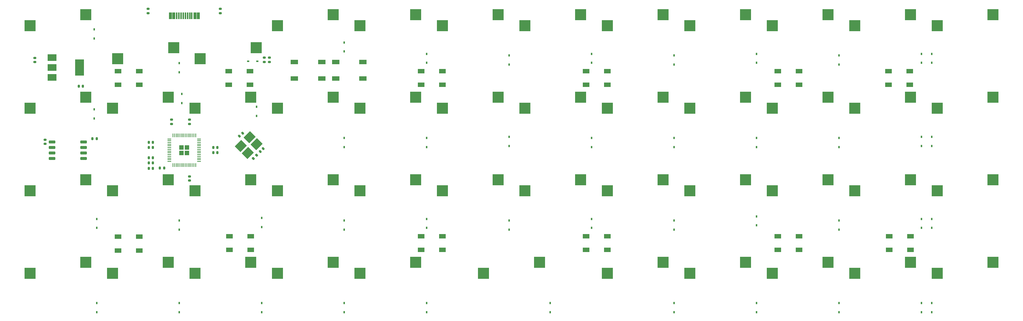
<source format=gbr>
%TF.GenerationSoftware,KiCad,Pcbnew,(6.0.0)*%
%TF.CreationDate,2023-08-19T11:13:56+07:00*%
%TF.ProjectId,pacman,7061636d-616e-42e6-9b69-6361645f7063,rev?*%
%TF.SameCoordinates,Original*%
%TF.FileFunction,Paste,Bot*%
%TF.FilePolarity,Positive*%
%FSLAX46Y46*%
G04 Gerber Fmt 4.6, Leading zero omitted, Abs format (unit mm)*
G04 Created by KiCad (PCBNEW (6.0.0)) date 2023-08-19 11:13:56*
%MOMM*%
%LPD*%
G01*
G04 APERTURE LIST*
G04 Aperture macros list*
%AMRoundRect*
0 Rectangle with rounded corners*
0 $1 Rounding radius*
0 $2 $3 $4 $5 $6 $7 $8 $9 X,Y pos of 4 corners*
0 Add a 4 corners polygon primitive as box body*
4,1,4,$2,$3,$4,$5,$6,$7,$8,$9,$2,$3,0*
0 Add four circle primitives for the rounded corners*
1,1,$1+$1,$2,$3*
1,1,$1+$1,$4,$5*
1,1,$1+$1,$6,$7*
1,1,$1+$1,$8,$9*
0 Add four rect primitives between the rounded corners*
20,1,$1+$1,$2,$3,$4,$5,0*
20,1,$1+$1,$4,$5,$6,$7,0*
20,1,$1+$1,$6,$7,$8,$9,0*
20,1,$1+$1,$8,$9,$2,$3,0*%
%AMRotRect*
0 Rectangle, with rotation*
0 The origin of the aperture is its center*
0 $1 length*
0 $2 width*
0 $3 Rotation angle, in degrees counterclockwise*
0 Add horizontal line*
21,1,$1,$2,0,0,$3*%
G04 Aperture macros list end*
%ADD10R,2.550000X2.500000*%
%ADD11R,0.450000X0.600000*%
%ADD12RoundRect,0.140000X-0.140000X-0.170000X0.140000X-0.170000X0.140000X0.170000X-0.140000X0.170000X0*%
%ADD13RoundRect,0.250000X-0.292217X0.292217X-0.292217X-0.292217X0.292217X-0.292217X0.292217X0.292217X0*%
%ADD14RoundRect,0.050000X-0.050000X0.387500X-0.050000X-0.387500X0.050000X-0.387500X0.050000X0.387500X0*%
%ADD15RoundRect,0.050000X-0.387500X0.050000X-0.387500X-0.050000X0.387500X-0.050000X0.387500X0.050000X0*%
%ADD16RoundRect,0.135000X-0.185000X0.135000X-0.185000X-0.135000X0.185000X-0.135000X0.185000X0.135000X0*%
%ADD17RoundRect,0.140000X0.170000X-0.140000X0.170000X0.140000X-0.170000X0.140000X-0.170000X-0.140000X0*%
%ADD18R,1.500000X1.000000*%
%ADD19RoundRect,0.135000X0.185000X-0.135000X0.185000X0.135000X-0.185000X0.135000X-0.185000X-0.135000X0*%
%ADD20RotRect,2.100000X1.800000X45.000000*%
%ADD21RoundRect,0.140000X-0.170000X0.140000X-0.170000X-0.140000X0.170000X-0.140000X0.170000X0.140000X0*%
%ADD22R,0.600000X0.450000*%
%ADD23RoundRect,0.140000X0.021213X-0.219203X0.219203X-0.021213X-0.021213X0.219203X-0.219203X0.021213X0*%
%ADD24RoundRect,0.140000X-0.021213X0.219203X-0.219203X0.021213X0.021213X-0.219203X0.219203X-0.021213X0*%
%ADD25RoundRect,0.150000X0.650000X0.150000X-0.650000X0.150000X-0.650000X-0.150000X0.650000X-0.150000X0*%
%ADD26RoundRect,0.050000X-0.300000X-0.725000X0.300000X-0.725000X0.300000X0.725000X-0.300000X0.725000X0*%
%ADD27RoundRect,0.050000X-0.150000X-0.725000X0.150000X-0.725000X0.150000X0.725000X-0.150000X0.725000X0*%
%ADD28RoundRect,0.140000X0.140000X0.170000X-0.140000X0.170000X-0.140000X-0.170000X0.140000X-0.170000X0*%
%ADD29R,2.000000X1.500000*%
%ADD30R,2.000000X3.800000*%
%ADD31RoundRect,0.135000X-0.035355X0.226274X-0.226274X0.035355X0.035355X-0.226274X0.226274X-0.035355X0*%
%ADD32R,1.700000X1.000000*%
%ADD33RoundRect,0.135000X0.135000X0.185000X-0.135000X0.185000X-0.135000X-0.185000X0.135000X-0.185000X0*%
G04 APERTURE END LIST*
D10*
%TO.C,SW1*%
X20289398Y-24844398D03*
X33216398Y-22304398D03*
%TD*%
%TO.C,SW12*%
X229839574Y-24844398D03*
X242766574Y-22304398D03*
%TD*%
%TO.C,SW20*%
X153649510Y-43894414D03*
X166576510Y-41354414D03*
%TD*%
%TO.C,SW16*%
X77449446Y-43894414D03*
X90376446Y-41354414D03*
%TD*%
%TO.C,SW3*%
X59652430Y-32464398D03*
X72579430Y-29924398D03*
%TD*%
%TO.C,SW6*%
X115549478Y-24844398D03*
X128476478Y-22304398D03*
%TD*%
%TO.C,SW4*%
X77449446Y-24844398D03*
X90376446Y-22304398D03*
%TD*%
%TO.C,SW23*%
X210799558Y-43894414D03*
X223726558Y-41354414D03*
%TD*%
%TO.C,SW35*%
X210789558Y-62944430D03*
X223716558Y-60404430D03*
%TD*%
%TO.C,SW46*%
X191749542Y-81994446D03*
X204676542Y-79454446D03*
%TD*%
%TO.C,SW10*%
X191749542Y-24844398D03*
X204676542Y-22304398D03*
%TD*%
%TO.C,SW27*%
X58399430Y-62944430D03*
X71326430Y-60404430D03*
%TD*%
%TO.C,SW40*%
X77439446Y-81994446D03*
X90366446Y-79454446D03*
%TD*%
%TO.C,SW2*%
X40602414Y-32464398D03*
X53529414Y-29924398D03*
%TD*%
%TO.C,SW14*%
X39349414Y-43894414D03*
X52276414Y-41354414D03*
%TD*%
%TO.C,SW8*%
X153649510Y-24844398D03*
X166576510Y-22304398D03*
%TD*%
%TO.C,SW26*%
X39349414Y-62944430D03*
X52276414Y-60404430D03*
%TD*%
%TO.C,SW32*%
X153649510Y-62944430D03*
X166576510Y-60404430D03*
%TD*%
%TO.C,SW47*%
X210799558Y-81994446D03*
X223726558Y-79454446D03*
%TD*%
%TO.C,SW21*%
X172699526Y-43894414D03*
X185626526Y-41354414D03*
%TD*%
%TO.C,SW25*%
X20299398Y-62944430D03*
X33226398Y-60404430D03*
%TD*%
%TO.C,SW13*%
X20299398Y-43894414D03*
X33226398Y-41354414D03*
%TD*%
%TO.C,SW36*%
X229849574Y-62944430D03*
X242776574Y-60404430D03*
%TD*%
%TO.C,SW15*%
X58399430Y-43894414D03*
X71326430Y-41354414D03*
%TD*%
%TO.C,SW33*%
X172689526Y-62944430D03*
X185616526Y-60404430D03*
%TD*%
%TO.C,SW39*%
X58399430Y-81994446D03*
X71326430Y-79454446D03*
%TD*%
%TO.C,SW38*%
X39349414Y-81994446D03*
X52276414Y-79454446D03*
%TD*%
%TO.C,SW17*%
X96499462Y-43894414D03*
X109426462Y-41354414D03*
%TD*%
%TO.C,SW41*%
X96499462Y-81994446D03*
X109426462Y-79454446D03*
%TD*%
%TO.C,SW44*%
X153639510Y-81994446D03*
X166566510Y-79454446D03*
%TD*%
%TO.C,SW19*%
X134589494Y-43894414D03*
X147516494Y-41354414D03*
%TD*%
%TO.C,SW7*%
X134589494Y-24844398D03*
X147516494Y-22304398D03*
%TD*%
%TO.C,SW5*%
X96499462Y-24844398D03*
X109426462Y-22304398D03*
%TD*%
%TO.C,SW45*%
X172699526Y-81994446D03*
X185626526Y-79454446D03*
%TD*%
%TO.C,SW34*%
X191749542Y-62944430D03*
X204676542Y-60404430D03*
%TD*%
%TO.C,SW28*%
X77439446Y-62944430D03*
X90366446Y-60404430D03*
%TD*%
%TO.C,SW9*%
X172699526Y-24844398D03*
X185626526Y-22304398D03*
%TD*%
%TO.C,SW24*%
X229849574Y-43894414D03*
X242776574Y-41354414D03*
%TD*%
%TO.C,SW48*%
X229849574Y-81994446D03*
X242776574Y-79454446D03*
%TD*%
%TO.C,SW29*%
X96499462Y-62944430D03*
X109426462Y-60404430D03*
%TD*%
%TO.C,SW18*%
X115549478Y-43894414D03*
X128476478Y-41354414D03*
%TD*%
%TO.C,SW22*%
X191749542Y-43894414D03*
X204676542Y-41354414D03*
%TD*%
%TO.C,SW37*%
X20299398Y-81994446D03*
X33226398Y-79454446D03*
%TD*%
%TO.C,SW11*%
X210799558Y-24844398D03*
X223726558Y-22304398D03*
%TD*%
%TO.C,SW30*%
X115549478Y-62944430D03*
X128476478Y-60404430D03*
%TD*%
%TO.C,SW31*%
X134589494Y-62944430D03*
X147516494Y-60404430D03*
%TD*%
%TO.C,SW42_2*%
X125074486Y-81994446D03*
X138001486Y-79454446D03*
%TD*%
D11*
%TO.C,D35*%
X226218940Y-71535888D03*
X226218940Y-69435888D03*
%TD*%
%TO.C,D40*%
X92868828Y-90942263D03*
X92868828Y-88842263D03*
%TD*%
%TO.C,D21*%
X188118908Y-52842231D03*
X188118908Y-50742231D03*
%TD*%
D12*
%TO.C,C15*%
X31570000Y-38850000D03*
X32530000Y-38850000D03*
%TD*%
D13*
%TO.C,U2*%
X56596922Y-52940670D03*
X56596922Y-54215670D03*
X55321922Y-52940670D03*
X55321922Y-54215670D03*
D14*
X53359422Y-50140670D03*
X53759422Y-50140670D03*
X54159422Y-50140670D03*
X54559422Y-50140670D03*
X54959422Y-50140670D03*
X55359422Y-50140670D03*
X55759422Y-50140670D03*
X56159422Y-50140670D03*
X56559422Y-50140670D03*
X56959422Y-50140670D03*
X57359422Y-50140670D03*
X57759422Y-50140670D03*
X58159422Y-50140670D03*
X58559422Y-50140670D03*
D15*
X59396922Y-50978170D03*
X59396922Y-51378170D03*
X59396922Y-51778170D03*
X59396922Y-52178170D03*
X59396922Y-52578170D03*
X59396922Y-52978170D03*
X59396922Y-53378170D03*
X59396922Y-53778170D03*
X59396922Y-54178170D03*
X59396922Y-54578170D03*
X59396922Y-54978170D03*
X59396922Y-55378170D03*
X59396922Y-55778170D03*
X59396922Y-56178170D03*
D14*
X58559422Y-57015670D03*
X58159422Y-57015670D03*
X57759422Y-57015670D03*
X57359422Y-57015670D03*
X56959422Y-57015670D03*
X56559422Y-57015670D03*
X56159422Y-57015670D03*
X55759422Y-57015670D03*
X55359422Y-57015670D03*
X54959422Y-57015670D03*
X54559422Y-57015670D03*
X54159422Y-57015670D03*
X53759422Y-57015670D03*
X53359422Y-57015670D03*
D15*
X52521922Y-56178170D03*
X52521922Y-55778170D03*
X52521922Y-55378170D03*
X52521922Y-54978170D03*
X52521922Y-54578170D03*
X52521922Y-54178170D03*
X52521922Y-53778170D03*
X52521922Y-53378170D03*
X52521922Y-52978170D03*
X52521922Y-52578170D03*
X52521922Y-52178170D03*
X52521922Y-51778170D03*
X52521922Y-51378170D03*
X52521922Y-50978170D03*
%TD*%
D16*
%TO.C,R5*%
X64293804Y-20921268D03*
X64293804Y-21941268D03*
%TD*%
D11*
%TO.C,D32*%
X169068892Y-71892247D03*
X169068892Y-69792247D03*
%TD*%
D17*
%TO.C,C9*%
X57150048Y-47509727D03*
X57150048Y-46549727D03*
%TD*%
D18*
%TO.C,RGB10*%
X115559470Y-73409438D03*
X115559470Y-76609438D03*
X110659470Y-76609438D03*
X110659470Y-73409438D03*
%TD*%
D19*
%TO.C,R3*%
X74414125Y-33252215D03*
X74414125Y-32232215D03*
%TD*%
D11*
%TO.C,D30*%
X130968860Y-71892247D03*
X130968860Y-69792247D03*
%TD*%
D20*
%TO.C,Y1*%
X69003769Y-52599676D03*
X71054379Y-50549066D03*
X72680725Y-52175412D03*
X70630115Y-54226022D03*
%TD*%
D11*
%TO.C,D34*%
X207168924Y-71892247D03*
X207168924Y-69792247D03*
%TD*%
%TO.C,D1*%
X35123467Y-27839085D03*
X35123467Y-25739085D03*
%TD*%
D18*
%TO.C,RGB6*%
X223551848Y-35309406D03*
X223551848Y-38509406D03*
X218651848Y-38509406D03*
X218651848Y-35309406D03*
%TD*%
D21*
%TO.C,C7*%
X57150048Y-59646613D03*
X57150048Y-60606613D03*
%TD*%
D11*
%TO.C,D4*%
X92868828Y-30815650D03*
X92868828Y-28715650D03*
%TD*%
D22*
%TO.C,D3*%
X70745592Y-33099792D03*
X72845592Y-33099792D03*
%TD*%
D23*
%TO.C,C13*%
X73479401Y-53917581D03*
X74158223Y-53238759D03*
%TD*%
D11*
%TO.C,D9*%
X188118908Y-33435408D03*
X188118908Y-31335408D03*
%TD*%
%TO.C,D17*%
X111918844Y-52842231D03*
X111918844Y-50742231D03*
%TD*%
%TO.C,D11*%
X226218940Y-33435408D03*
X226218940Y-31335408D03*
%TD*%
D24*
%TO.C,C12*%
X69395719Y-49666881D03*
X68716897Y-50345703D03*
%TD*%
D11*
%TO.C,D6*%
X130968860Y-33792215D03*
X130968860Y-31692215D03*
%TD*%
%TO.C,D14*%
X55364109Y-42721910D03*
X55364109Y-40621910D03*
%TD*%
D25*
%TO.C,U3*%
X32651616Y-51673170D03*
X32651616Y-52943170D03*
X32651616Y-54213170D03*
X32651616Y-55483170D03*
X25451616Y-55483170D03*
X25451616Y-54213170D03*
X25451616Y-52943170D03*
X25451616Y-51673170D03*
%TD*%
D11*
%TO.C,D44*%
X169068892Y-90942263D03*
X169068892Y-88842263D03*
%TD*%
D18*
%TO.C,RGB7*%
X223670912Y-73409438D03*
X223670912Y-76609438D03*
X218770912Y-76609438D03*
X218770912Y-73409438D03*
%TD*%
D11*
%TO.C,D7*%
X150018876Y-33435408D03*
X150018876Y-31335408D03*
%TD*%
D18*
%TO.C,RGB9*%
X153659502Y-73409438D03*
X153659502Y-76609438D03*
X148759502Y-76609438D03*
X148759502Y-73409438D03*
%TD*%
D11*
%TO.C,D45*%
X188118908Y-90942263D03*
X188118908Y-88842263D03*
%TD*%
%TO.C,D13*%
X35123467Y-46293788D03*
X35123467Y-44193788D03*
%TD*%
D26*
%TO.C,USB1*%
X52734422Y-22582516D03*
X53509422Y-22582516D03*
D27*
X54209422Y-22582516D03*
X54709422Y-22582516D03*
X55209422Y-22582516D03*
X55709422Y-22582516D03*
X56209422Y-22582516D03*
X56709422Y-22582516D03*
X57209422Y-22582516D03*
X57709422Y-22582516D03*
D26*
X58409422Y-22582516D03*
X59184422Y-22582516D03*
%TD*%
D11*
%TO.C,D27*%
X73818812Y-71297760D03*
X73818812Y-69197760D03*
%TD*%
%TO.C,D24*%
X228600192Y-52604712D03*
X228600192Y-50504712D03*
%TD*%
D12*
%TO.C,C8*%
X62623178Y-52982857D03*
X63583178Y-52982857D03*
%TD*%
D11*
%TO.C,D46*%
X207168924Y-90942263D03*
X207168924Y-88842263D03*
%TD*%
D18*
%TO.C,RGB4*%
X153659502Y-35309406D03*
X153659502Y-38509406D03*
X148759502Y-38509406D03*
X148759502Y-35309406D03*
%TD*%
D21*
%TO.C,C14*%
X21431268Y-32262215D03*
X21431268Y-33222215D03*
%TD*%
D11*
%TO.C,D42*%
X140493868Y-90942263D03*
X140493868Y-88842263D03*
%TD*%
%TO.C,D8*%
X169068892Y-33792215D03*
X169068892Y-31692215D03*
%TD*%
D18*
%TO.C,RGB3*%
X115559470Y-35309406D03*
X115559470Y-38509406D03*
X110659470Y-38509406D03*
X110659470Y-35309406D03*
%TD*%
%TO.C,RGB12*%
X45551168Y-73529384D03*
X45551168Y-76729384D03*
X40651168Y-76729384D03*
X40651168Y-73529384D03*
%TD*%
D28*
%TO.C,C1*%
X48700353Y-55364109D03*
X47740353Y-55364109D03*
%TD*%
D11*
%TO.C,D2*%
X54768796Y-35578154D03*
X54768796Y-33478154D03*
%TD*%
%TO.C,D12*%
X228600192Y-33435408D03*
X228600192Y-31335408D03*
%TD*%
D21*
%TO.C,C16*%
X23812800Y-51193776D03*
X23812800Y-52153776D03*
%TD*%
D11*
%TO.C,D15*%
X72628186Y-45698475D03*
X72628186Y-43598475D03*
%TD*%
D28*
%TO.C,C11*%
X48700353Y-56554735D03*
X47740353Y-56554735D03*
%TD*%
%TO.C,C6*%
X48700353Y-57745361D03*
X47740353Y-57745361D03*
%TD*%
D11*
%TO.C,D37*%
X35718780Y-90942263D03*
X35718780Y-88842263D03*
%TD*%
D28*
%TO.C,C2*%
X48700353Y-51792231D03*
X47740353Y-51792231D03*
%TD*%
D18*
%TO.C,RGB2*%
X71149928Y-35309406D03*
X71149928Y-38509406D03*
X66249928Y-38509406D03*
X66249928Y-35309406D03*
%TD*%
D16*
%TO.C,R4*%
X47625040Y-20921268D03*
X47625040Y-21941268D03*
%TD*%
D11*
%TO.C,D36*%
X228600192Y-71535888D03*
X228600192Y-69435888D03*
%TD*%
%TO.C,D26*%
X54768796Y-71892247D03*
X54768796Y-69792247D03*
%TD*%
%TO.C,D28*%
X92868828Y-71892247D03*
X92868828Y-69792247D03*
%TD*%
D12*
%TO.C,C10*%
X62623178Y-54173483D03*
X63583178Y-54173483D03*
%TD*%
D11*
%TO.C,D20*%
X169068892Y-52842231D03*
X169068892Y-50742231D03*
%TD*%
%TO.C,D22*%
X207168924Y-52842231D03*
X207168924Y-50742231D03*
%TD*%
%TO.C,D23*%
X226218940Y-52604712D03*
X226218940Y-50504712D03*
%TD*%
D18*
%TO.C,RGB11*%
X71268992Y-73409438D03*
X71268992Y-76609438D03*
X66368992Y-76609438D03*
X66368992Y-73409438D03*
%TD*%
D29*
%TO.C,U1*%
X25425024Y-36828154D03*
D30*
X31725024Y-34528154D03*
D29*
X25425024Y-34528154D03*
X25425024Y-32228154D03*
%TD*%
D31*
%TO.C,R2*%
X72628186Y-54768796D03*
X71906938Y-55490044D03*
%TD*%
D32*
%TO.C,J2*%
X81384446Y-33223467D03*
X87684446Y-33223467D03*
X81384446Y-37023467D03*
X87684446Y-37023467D03*
%TD*%
D28*
%TO.C,C3*%
X48700353Y-52982857D03*
X47740353Y-52982857D03*
%TD*%
D11*
%TO.C,D33*%
X188118908Y-70940568D03*
X188118908Y-68840568D03*
%TD*%
D18*
%TO.C,RGB1*%
X45551168Y-35309406D03*
X45551168Y-38509406D03*
X40651168Y-38509406D03*
X40651168Y-35309406D03*
%TD*%
D11*
%TO.C,D48*%
X228600192Y-90942263D03*
X228600192Y-88842263D03*
%TD*%
%TO.C,D16*%
X92868828Y-52842231D03*
X92868828Y-50742231D03*
%TD*%
%TO.C,D25*%
X35718780Y-71535888D03*
X35718780Y-69435888D03*
%TD*%
%TO.C,D19*%
X150018876Y-52842231D03*
X150018876Y-50742231D03*
%TD*%
D28*
%TO.C,C5*%
X51280000Y-57700000D03*
X50320000Y-57700000D03*
%TD*%
D11*
%TO.C,D47*%
X226218940Y-90942263D03*
X226218940Y-88842263D03*
%TD*%
D18*
%TO.C,RGB8*%
X197953088Y-73409438D03*
X197953088Y-76609438D03*
X193053088Y-76609438D03*
X193053088Y-73409438D03*
%TD*%
D11*
%TO.C,D18*%
X130968860Y-52604712D03*
X130968860Y-50504712D03*
%TD*%
%TO.C,D38*%
X54768796Y-90942263D03*
X54768796Y-88842263D03*
%TD*%
D19*
%TO.C,R1*%
X75604751Y-33252215D03*
X75604751Y-32232215D03*
%TD*%
D32*
%TO.C,J1*%
X90909454Y-33223467D03*
X97209454Y-33223467D03*
X90909454Y-37023467D03*
X97209454Y-37023467D03*
%TD*%
D11*
%TO.C,D5*%
X111918844Y-33435408D03*
X111918844Y-31335408D03*
%TD*%
D18*
%TO.C,RGB5*%
X197953088Y-35309406D03*
X197953088Y-38509406D03*
X193053088Y-38509406D03*
X193053088Y-35309406D03*
%TD*%
D11*
%TO.C,D10*%
X207168924Y-33792215D03*
X207168924Y-31692215D03*
%TD*%
%TO.C,D29*%
X111918844Y-71535888D03*
X111918844Y-69435888D03*
%TD*%
%TO.C,D39*%
X73818812Y-90942263D03*
X73818812Y-88842263D03*
%TD*%
D33*
%TO.C,R6*%
X35752944Y-50959392D03*
X34732944Y-50959392D03*
%TD*%
D17*
%TO.C,C4*%
X52982857Y-47509727D03*
X52982857Y-46549727D03*
%TD*%
D11*
%TO.C,D41*%
X111918844Y-90942263D03*
X111918844Y-88842263D03*
%TD*%
%TO.C,D31*%
X150018876Y-71535888D03*
X150018876Y-69435888D03*
%TD*%
M02*

</source>
